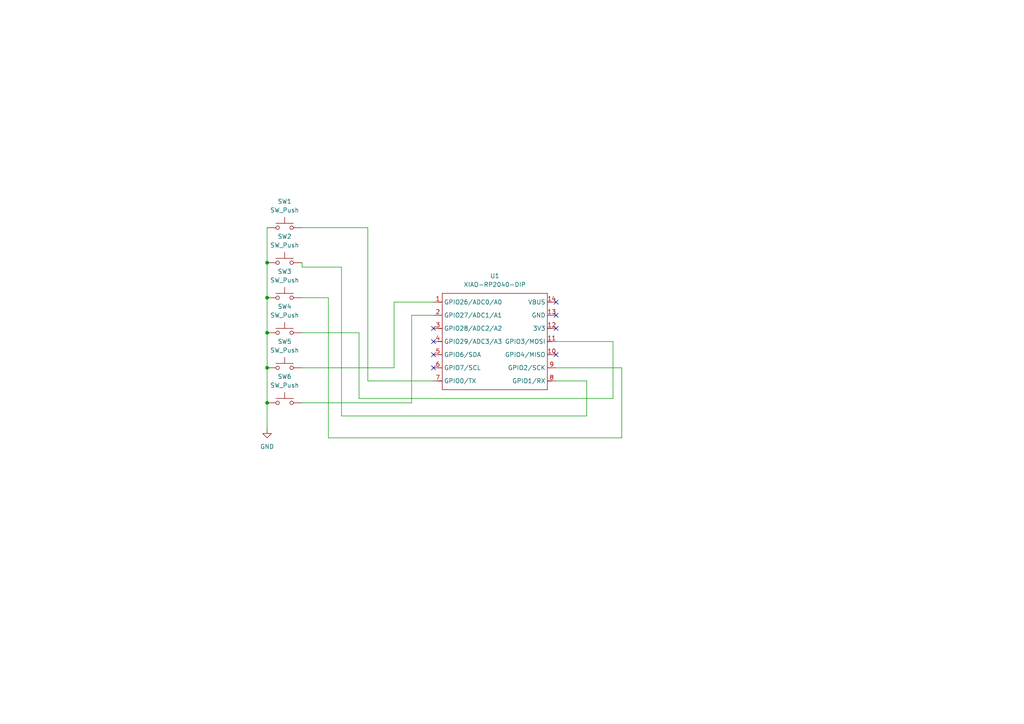
<source format=kicad_sch>
(kicad_sch (version 20250114) (generator "eeschema") (generator_version "9.0")
  (paper "A4")
  (lib_symbols
    (symbol "OPL libraries:XIAO-RP2040-DIP"
      (property "Reference" "U" (at 0 0 0))
      (property "Value" "XIAO-RP2040-DIP" (at 5.334 -1.778 0))
      (symbol "XIAO-RP2040-DIP_1_0"
        (polyline (pts (xy -1.27 -2.54) (xy 29.21 -2.54)) (stroke (width 0.1524)))
        (polyline (pts (xy -1.27 -5.08) (xy -2.54 -5.08)) (stroke (width 0.1524)))
        (polyline (pts (xy -1.27 -5.08) (xy -1.27 -2.54)) (stroke (width 0.1524)))
        (polyline (pts (xy -1.27 -8.89) (xy -2.54 -8.89)) (stroke (width 0.1524)))
        (polyline (pts (xy -1.27 -8.89) (xy -1.27 -5.08)) (stroke (width 0.1524)))
        (polyline (pts (xy -1.27 -12.7) (xy -2.54 -12.7)) (stroke (width 0.1524)))
        (polyline (pts (xy -1.27 -12.7) (xy -1.27 -8.89)) (stroke (width 0.1524)))
        (polyline (pts (xy -1.27 -16.51) (xy -2.54 -16.51)) (stroke (width 0.1524)))
        (polyline (pts (xy -1.27 -16.51) (xy -1.27 -12.7)) (stroke (width 0.1524)))
        (polyline (pts (xy -1.27 -20.32) (xy -2.54 -20.32)) (stroke (width 0.1524)))
        (polyline (pts (xy -1.27 -24.13) (xy -2.54 -24.13)) (stroke (width 0.1524)))
        (polyline (pts (xy -1.27 -27.94) (xy -2.54 -27.94)) (stroke (width 0.1524)))
        (polyline (pts (xy -1.27 -30.48) (xy -1.27 -16.51)) (stroke (width 0.1524)))
        (polyline (pts (xy 29.21 -2.54) (xy 29.21 -5.08)) (stroke (width 0.1524)))
        (polyline (pts (xy 29.21 -5.08) (xy 29.21 -8.89)) (stroke (width 0.1524)))
        (polyline (pts (xy 29.21 -8.89) (xy 29.21 -12.7)) (stroke (width 0.1524)))
        (polyline (pts (xy 29.21 -12.7) (xy 29.21 -30.48)) (stroke (width 0.1524)))
        (polyline (pts (xy 29.21 -30.48) (xy -1.27 -30.48)) (stroke (width 0.1524)))
        (polyline (pts (xy 30.48 -5.08) (xy 29.21 -5.08)) (stroke (width 0.1524)))
        (polyline (pts (xy 30.48 -8.89) (xy 29.21 -8.89)) (stroke (width 0.1524)))
        (polyline (pts (xy 30.48 -12.7) (xy 29.21 -12.7)) (stroke (width 0.1524)))
        (polyline (pts (xy 30.48 -16.51) (xy 29.21 -16.51)) (stroke (width 0.1524)))
        (polyline (pts (xy 30.48 -20.32) (xy 29.21 -20.32)) (stroke (width 0.1524)))
        (polyline (pts (xy 30.48 -24.13) (xy 29.21 -24.13)) (stroke (width 0.1524)))
        (polyline (pts (xy 30.48 -27.94) (xy 29.21 -27.94)) (stroke (width 0.1524)))
        (pin passive line (at -3.81 -5.08 0) (length 2.54) (name "GPIO26/ADC0/A0") (number "1"))
        (pin passive line (at -3.81 -8.89 0) (length 2.54) (name "GPIO27/ADC1/A1") (number "2"))
        (pin passive line (at -3.81 -12.7 0) (length 2.54) (name "GPIO28/ADC2/A2") (number "3"))
        (pin passive line (at -3.81 -16.51 0) (length 2.54) (name "GPIO29/ADC3/A3") (number "4"))
        (pin passive line (at -3.81 -20.32 0) (length 2.54) (name "GPIO6/SDA") (number "5"))
        (pin passive line (at -3.81 -24.13 0) (length 2.54) (name "GPIO7/SCL") (number "6"))
        (pin passive line (at -3.81 -27.94 0) (length 2.54) (name "GPIO0/TX") (number "7"))
        (pin passive line (at 31.75 -5.08 180) (length 2.54) (name "VBUS") (number "14"))
        (pin passive line (at 31.75 -8.89 180) (length 2.54) (name "GND") (number "13"))
        (pin passive line (at 31.75 -12.7 180) (length 2.54) (name "3V3") (number "12"))
        (pin passive line (at 31.75 -16.51 180) (length 2.54) (name "GPIO3/MOSI") (number "11"))
        (pin passive line (at 31.75 -20.32 180) (length 2.54) (name "GPIO4/MISO") (number "10"))
        (pin passive line (at 31.75 -24.13 180) (length 2.54) (name "GPIO2/SCK") (number "9"))
        (pin passive line (at 31.75 -27.94 180) (length 2.54) (name "GPIO1/RX") (number "8"))
      )
    )
    (symbol "Switch:SW_Push" (pin_numbers (hide yes)) (pin_names (offset 1.016) (hide yes))
      (property "Reference" "SW" (at 1.27 2.54 0))
      (property "Value" "SW_Push" (at 0 -1.524 0))
      (symbol "SW_Push_0_1"
        (circle (center -2.032 0) (radius 0.508))
        (polyline (pts (xy 0 1.27) (xy 0 3.048)))
        (circle (center 2.032 0) (radius 0.508))
        (polyline (pts (xy 2.54 1.27) (xy -2.54 1.27)))
        (pin passive line (at -5.08 0 0) (length 2.54) (name "1") (number "1"))
        (pin passive line (at 5.08 0 180) (length 2.54) (name "2") (number "2"))
      )
    )
    (symbol "power:GND" (power) (pin_numbers (hide yes)) (pin_names (offset 0) (hide yes))
      (property "Value" "GND" (at 0 -3.81 0))
      (symbol "GND_0_1"
        (polyline (pts (xy 0 0) (xy 0 -1.27) (xy 1.27 -1.27) (xy 0 -2.54) (xy -1.27 -1.27) (xy 0 -1.27)))
      )
      (symbol "GND_1_1"
        (pin power_in line (at 0 0 270) (length 0) (name "~") (number "1"))
      )
    )
  )
  (junction (at 77.47 86.36))
  (junction (at 77.47 106.68))
  (junction (at 77.47 96.52))
  (junction (at 77.47 116.84))
  (junction (at 77.47 76.2))
  (no_connect (at 161.29 87.63))
  (no_connect (at 125.73 99.06))
  (no_connect (at 161.29 102.87))
  (no_connect (at 125.73 95.25))
  (no_connect (at 161.29 91.44))
  (no_connect (at 125.73 102.87))
  (no_connect (at 125.73 106.68))
  (no_connect (at 161.29 95.25))
  (wire (pts (xy 77.47 106.68) (xy 77.47 116.84)))
  (wire (pts (xy 87.63 116.84) (xy 119.38 116.84)))
  (wire (pts (xy 170.18 110.49) (xy 161.29 110.49)))
  (wire (pts (xy 99.06 77.47) (xy 99.06 120.65)))
  (wire (pts (xy 114.3 87.63) (xy 125.73 87.63)))
  (wire (pts (xy 180.34 106.68) (xy 161.29 106.68)))
  (wire (pts (xy 177.8 115.57) (xy 177.8 99.06)))
  (wire (pts (xy 99.06 120.65) (xy 170.18 120.65)))
  (wire (pts (xy 104.14 96.52) (xy 104.14 115.57)))
  (wire (pts (xy 77.47 116.84) (xy 77.47 124.46)))
  (wire (pts (xy 119.38 116.84) (xy 119.38 91.44)))
  (wire (pts (xy 87.63 76.2) (xy 87.63 77.47)))
  (wire (pts (xy 106.68 110.49) (xy 125.73 110.49)))
  (wire (pts (xy 95.25 127) (xy 180.34 127)))
  (wire (pts (xy 77.47 66.04) (xy 77.47 76.2)))
  (wire (pts (xy 119.38 91.44) (xy 125.73 91.44)))
  (wire (pts (xy 95.25 86.36) (xy 95.25 127)))
  (wire (pts (xy 87.63 66.04) (xy 106.68 66.04)))
  (wire (pts (xy 87.63 77.47) (xy 99.06 77.47)))
  (wire (pts (xy 104.14 115.57) (xy 177.8 115.57)))
  (wire (pts (xy 77.47 76.2) (xy 77.47 86.36)))
  (wire (pts (xy 87.63 86.36) (xy 95.25 86.36)))
  (wire (pts (xy 106.68 66.04) (xy 106.68 110.49)))
  (wire (pts (xy 87.63 96.52) (xy 104.14 96.52)))
  (wire (pts (xy 77.47 96.52) (xy 77.47 106.68)))
  (wire (pts (xy 87.63 106.68) (xy 114.3 106.68)))
  (wire (pts (xy 77.47 86.36) (xy 77.47 96.52)))
  (wire (pts (xy 114.3 106.68) (xy 114.3 87.63)))
  (wire (pts (xy 177.8 99.06) (xy 161.29 99.06)))
  (wire (pts (xy 180.34 127) (xy 180.34 106.68)))
  (wire (pts (xy 170.18 120.65) (xy 170.18 110.49)))
  (symbol (lib_id "Switch:SW_Push") (at 82.55 106.68 0) (unit 1)
    (property "Reference" "SW5" (at 82.55 99.06 0))
    (property "Value" "SW_Push" (at 82.55 101.6 0))
    (property "Footprint" "Button_Switch_Keyboard:SW_Cherry_MX_1.00u_PCB" (effects (hide yes)))
    (property "Description" "Push button switch, generic, two pins" (effects (hide yes)))
  )
  (symbol (lib_id "OPL libraries:XIAO-RP2040-DIP") (at 129.54 82.55 0) (unit 1)
    (property "Reference" "U1" (at 143.51 80.01 0))
    (property "Value" "XIAO-RP2040-DIP" (at 143.51 82.55 0))
    (property "Footprint" "opl:XIAO-RP2040-DIP" (effects (hide yes)))
  )
  (symbol (lib_id "power:GND") (at 77.47 124.46 0) (unit 1)
    (property "Reference" "#PWR01" (effects (hide yes)))
    (property "Value" "GND" (at 77.47 129.54 0))
    (property "Description" "Power symbol creates a global label with name \"GND\" , ground" (effects (hide yes)))
  )
  (symbol (lib_id "Switch:SW_Push") (at 82.55 96.52 0) (unit 1)
    (property "Reference" "SW4" (at 82.55 88.9 0))
    (property "Value" "SW_Push" (at 82.55 91.44 0))
    (property "Footprint" "Button_Switch_Keyboard:SW_Cherry_MX_1.00u_PCB" (effects (hide yes)))
    (property "Description" "Push button switch, generic, two pins" (effects (hide yes)))
  )
  (symbol (lib_id "Switch:SW_Push") (at 82.55 116.84 0) (unit 1)
    (property "Reference" "SW6" (at 82.55 109.22 0))
    (property "Value" "SW_Push" (at 82.55 111.76 0))
    (property "Footprint" "Button_Switch_Keyboard:SW_Cherry_MX_1.00u_PCB" (effects (hide yes)))
    (property "Description" "Push button switch, generic, two pins" (effects (hide yes)))
  )
  (symbol (lib_id "Switch:SW_Push") (at 82.55 86.36 0) (unit 1)
    (property "Reference" "SW3" (at 82.55 78.74 0))
    (property "Value" "SW_Push" (at 82.55 81.28 0))
    (property "Footprint" "Button_Switch_Keyboard:SW_Cherry_MX_1.00u_PCB" (effects (hide yes)))
    (property "Description" "Push button switch, generic, two pins" (effects (hide yes)))
  )
  (symbol (lib_id "Switch:SW_Push") (at 82.55 66.04 0) (unit 1)
    (property "Reference" "SW1" (at 82.55 58.42 0))
    (property "Value" "SW_Push" (at 82.55 60.96 0))
    (property "Footprint" "Button_Switch_Keyboard:SW_Cherry_MX_1.00u_PCB" (effects (hide yes)))
    (property "Description" "Push button switch, generic, two pins" (effects (hide yes)))
  )
  (symbol (lib_id "Switch:SW_Push") (at 82.55 76.2 0) (unit 1)
    (property "Reference" "SW2" (at 82.55 68.58 0))
    (property "Value" "SW_Push" (at 82.55 71.12 0))
    (property "Footprint" "Button_Switch_Keyboard:SW_Cherry_MX_1.00u_PCB" (effects (hide yes)))
    (property "Description" "Push button switch, generic, two pins" (effects (hide yes)))
  )
)
</source>
